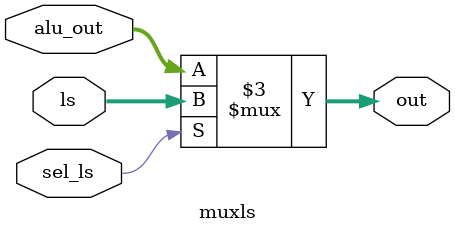
<source format=v>
module muxls(
    input [15:0] ls,
    input [15:0] alu_out,
    input sel_ls,
    output reg [15:0] out
);

always @(*) begin
    if (sel_ls) begin
        out = ls;
    end else begin
        out = alu_out;
    end
end

endmodule

</source>
